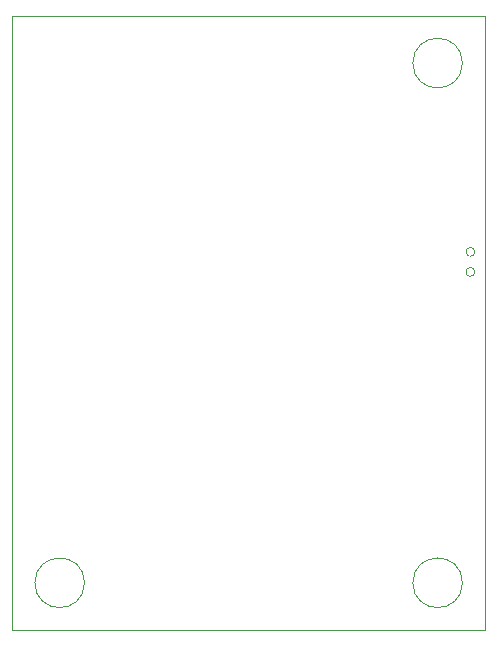
<source format=gbr>
%TF.GenerationSoftware,KiCad,Pcbnew,(7.0.0)*%
%TF.CreationDate,2023-06-08T15:27:58+08:00*%
%TF.ProjectId,Board_Car_V0_2,426f6172-645f-4436-9172-5f56305f322e,rev?*%
%TF.SameCoordinates,Original*%
%TF.FileFunction,Profile,NP*%
%FSLAX46Y46*%
G04 Gerber Fmt 4.6, Leading zero omitted, Abs format (unit mm)*
G04 Created by KiCad (PCBNEW (7.0.0)) date 2023-06-08 15:27:58*
%MOMM*%
%LPD*%
G01*
G04 APERTURE LIST*
%TA.AperFunction,Profile*%
%ADD10C,0.100000*%
%TD*%
%TA.AperFunction,Profile*%
%ADD11C,0.120000*%
%TD*%
G04 APERTURE END LIST*
D10*
X199100000Y-96000000D02*
G75*
G03*
X199100000Y-96000000I-2100000J0D01*
G01*
X199100000Y-52000000D02*
G75*
G03*
X199100000Y-52000000I-2100000J0D01*
G01*
X167100000Y-96000000D02*
G75*
G03*
X167100000Y-96000000I-2100000J0D01*
G01*
X161000000Y-48000000D02*
X201000000Y-48000000D01*
X201000000Y-48000000D02*
X201000000Y-100000000D01*
X201000000Y-100000000D02*
X161000000Y-100000000D01*
X161000000Y-100000000D02*
X161000000Y-48000000D01*
D11*
%TO.C,SW1*%
X200146000Y-67984000D02*
G75*
G03*
X200146000Y-67984000I-375000J0D01*
G01*
X200146000Y-69684000D02*
G75*
G03*
X200146000Y-69684000I-375000J0D01*
G01*
%TD*%
M02*

</source>
